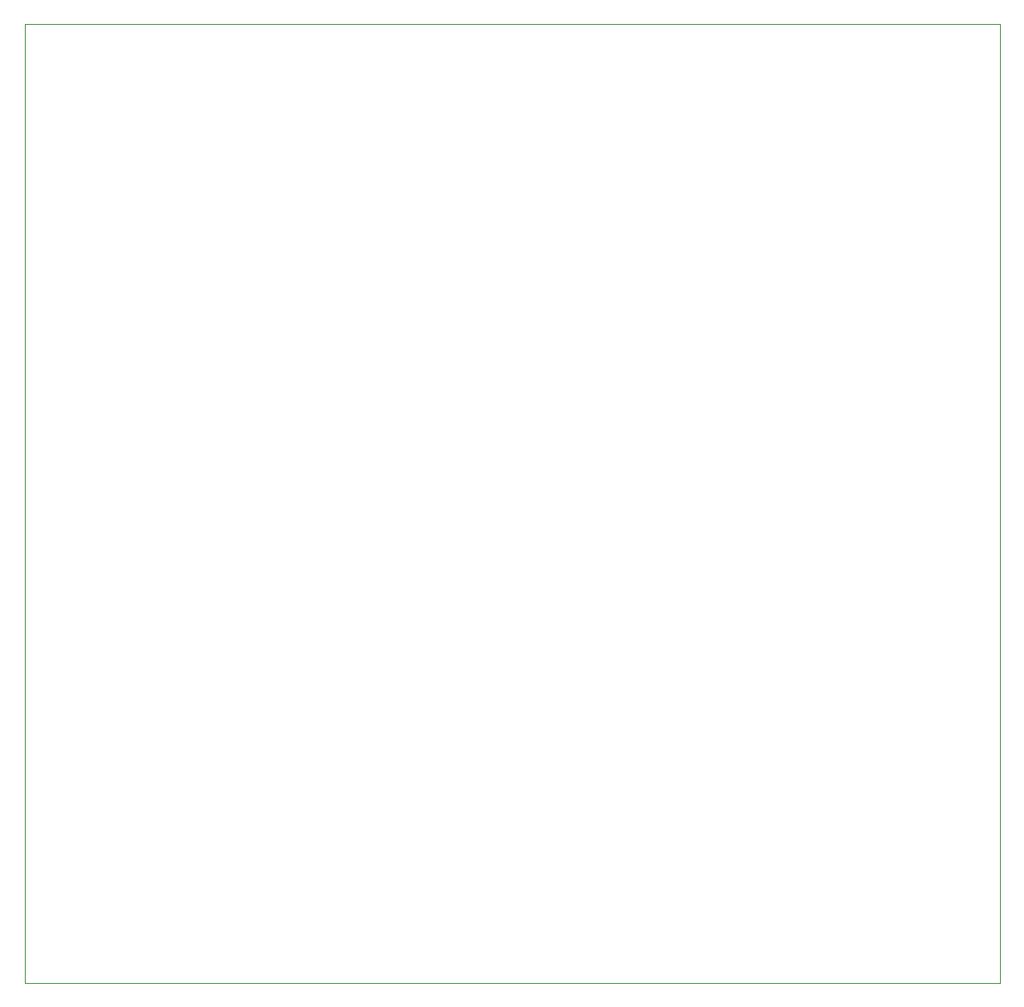
<source format=gbr>
G04 #@! TF.GenerationSoftware,KiCad,Pcbnew,(5.1.4)-1*
G04 #@! TF.CreationDate,2019-10-21T16:45:54-04:00*
G04 #@! TF.ProjectId,psu_board,7073755f-626f-4617-9264-2e6b69636164,rev?*
G04 #@! TF.SameCoordinates,Original*
G04 #@! TF.FileFunction,Profile,NP*
%FSLAX46Y46*%
G04 Gerber Fmt 4.6, Leading zero omitted, Abs format (unit mm)*
G04 Created by KiCad (PCBNEW (5.1.4)-1) date 2019-10-21 16:45:54*
%MOMM*%
%LPD*%
G04 APERTURE LIST*
%ADD10C,0.050000*%
G04 APERTURE END LIST*
D10*
X153924000Y-62992000D02*
X153924000Y-67056000D01*
X250190000Y-62992000D02*
X153924000Y-62992000D01*
X250190000Y-67056000D02*
X250190000Y-62992000D01*
X153924000Y-157734000D02*
X153924000Y-67056000D01*
X170180000Y-157734000D02*
X153924000Y-157734000D01*
X250190000Y-157734000D02*
X250190000Y-67056000D01*
X170180000Y-157734000D02*
X250190000Y-157734000D01*
M02*

</source>
